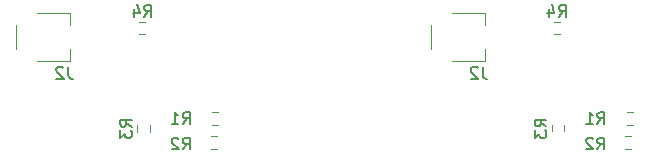
<source format=gbr>
%TF.GenerationSoftware,KiCad,Pcbnew,(5.1.9)-1*%
%TF.CreationDate,2021-06-29T00:03:32+02:00*%
%TF.ProjectId,mPCIE_to_CAN,6d504349-455f-4746-9f5f-43414e2e6b69,rev?*%
%TF.SameCoordinates,Original*%
%TF.FileFunction,Legend,Bot*%
%TF.FilePolarity,Positive*%
%FSLAX46Y46*%
G04 Gerber Fmt 4.6, Leading zero omitted, Abs format (unit mm)*
G04 Created by KiCad (PCBNEW (5.1.9)-1) date 2021-06-29 00:03:32*
%MOMM*%
%LPD*%
G01*
G04 APERTURE LIST*
%ADD10C,0.120000*%
%ADD11C,0.150000*%
G04 APERTURE END LIST*
D10*
%TO.C,R3*%
X217837500Y-70685076D02*
X217837500Y-71194524D01*
X218882500Y-70685076D02*
X218882500Y-71194524D01*
%TO.C,J2*%
X212162400Y-61186200D02*
X212162400Y-62202200D01*
X209368400Y-61186200D02*
X212162400Y-61186200D01*
X207590400Y-64234200D02*
X207590400Y-62202200D01*
X212162400Y-65250200D02*
X209368400Y-65250200D01*
X212162400Y-64234200D02*
X212162400Y-65250200D01*
%TO.C,R2*%
X224583724Y-72656100D02*
X224074276Y-72656100D01*
X224583724Y-71611100D02*
X224074276Y-71611100D01*
%TO.C,R4*%
X218538524Y-61933700D02*
X218029076Y-61933700D01*
X218538524Y-62978700D02*
X218029076Y-62978700D01*
%TO.C,R1*%
X224710724Y-70624100D02*
X224201276Y-70624100D01*
X224710724Y-69579100D02*
X224201276Y-69579100D01*
%TO.C,R4*%
X183439524Y-62981100D02*
X182930076Y-62981100D01*
X183439524Y-61936100D02*
X182930076Y-61936100D01*
%TO.C,R3*%
X183783500Y-70687476D02*
X183783500Y-71196924D01*
X182738500Y-70687476D02*
X182738500Y-71196924D01*
%TO.C,J2*%
X177063400Y-64236600D02*
X177063400Y-65252600D01*
X177063400Y-65252600D02*
X174269400Y-65252600D01*
X172491400Y-64236600D02*
X172491400Y-62204600D01*
X174269400Y-61188600D02*
X177063400Y-61188600D01*
X177063400Y-61188600D02*
X177063400Y-62204600D01*
%TO.C,R2*%
X189484724Y-71613500D02*
X188975276Y-71613500D01*
X189484724Y-72658500D02*
X188975276Y-72658500D01*
%TO.C,R1*%
X189611724Y-69581500D02*
X189102276Y-69581500D01*
X189611724Y-70626500D02*
X189102276Y-70626500D01*
%TO.C,R3*%
D11*
X217382380Y-70773133D02*
X216906190Y-70439800D01*
X217382380Y-70201704D02*
X216382380Y-70201704D01*
X216382380Y-70582657D01*
X216430000Y-70677895D01*
X216477619Y-70725514D01*
X216572857Y-70773133D01*
X216715714Y-70773133D01*
X216810952Y-70725514D01*
X216858571Y-70677895D01*
X216906190Y-70582657D01*
X216906190Y-70201704D01*
X216382380Y-71106466D02*
X216382380Y-71725514D01*
X216763333Y-71392180D01*
X216763333Y-71535038D01*
X216810952Y-71630276D01*
X216858571Y-71677895D01*
X216953809Y-71725514D01*
X217191904Y-71725514D01*
X217287142Y-71677895D01*
X217334761Y-71630276D01*
X217382380Y-71535038D01*
X217382380Y-71249323D01*
X217334761Y-71154085D01*
X217287142Y-71106466D01*
%TO.C,J2*%
X211987733Y-65718580D02*
X211987733Y-66432866D01*
X212035352Y-66575723D01*
X212130590Y-66670961D01*
X212273447Y-66718580D01*
X212368685Y-66718580D01*
X211559161Y-65813819D02*
X211511542Y-65766200D01*
X211416304Y-65718580D01*
X211178209Y-65718580D01*
X211082971Y-65766200D01*
X211035352Y-65813819D01*
X210987733Y-65909057D01*
X210987733Y-66004295D01*
X211035352Y-66147152D01*
X211606780Y-66718580D01*
X210987733Y-66718580D01*
%TO.C,R2*%
X221701666Y-72712980D02*
X222035000Y-72236790D01*
X222273095Y-72712980D02*
X222273095Y-71712980D01*
X221892142Y-71712980D01*
X221796904Y-71760600D01*
X221749285Y-71808219D01*
X221701666Y-71903457D01*
X221701666Y-72046314D01*
X221749285Y-72141552D01*
X221796904Y-72189171D01*
X221892142Y-72236790D01*
X222273095Y-72236790D01*
X221320714Y-71808219D02*
X221273095Y-71760600D01*
X221177857Y-71712980D01*
X220939761Y-71712980D01*
X220844523Y-71760600D01*
X220796904Y-71808219D01*
X220749285Y-71903457D01*
X220749285Y-71998695D01*
X220796904Y-72141552D01*
X221368333Y-72712980D01*
X220749285Y-72712980D01*
%TO.C,R4*%
X218450466Y-61478580D02*
X218783800Y-61002390D01*
X219021895Y-61478580D02*
X219021895Y-60478580D01*
X218640942Y-60478580D01*
X218545704Y-60526200D01*
X218498085Y-60573819D01*
X218450466Y-60669057D01*
X218450466Y-60811914D01*
X218498085Y-60907152D01*
X218545704Y-60954771D01*
X218640942Y-61002390D01*
X219021895Y-61002390D01*
X217593323Y-60811914D02*
X217593323Y-61478580D01*
X217831419Y-60430961D02*
X218069514Y-61145247D01*
X217450466Y-61145247D01*
%TO.C,R1*%
X221701666Y-70553980D02*
X222035000Y-70077790D01*
X222273095Y-70553980D02*
X222273095Y-69553980D01*
X221892142Y-69553980D01*
X221796904Y-69601600D01*
X221749285Y-69649219D01*
X221701666Y-69744457D01*
X221701666Y-69887314D01*
X221749285Y-69982552D01*
X221796904Y-70030171D01*
X221892142Y-70077790D01*
X222273095Y-70077790D01*
X220749285Y-70553980D02*
X221320714Y-70553980D01*
X221035000Y-70553980D02*
X221035000Y-69553980D01*
X221130238Y-69696838D01*
X221225476Y-69792076D01*
X221320714Y-69839695D01*
%TO.C,R4*%
X183351466Y-61480980D02*
X183684800Y-61004790D01*
X183922895Y-61480980D02*
X183922895Y-60480980D01*
X183541942Y-60480980D01*
X183446704Y-60528600D01*
X183399085Y-60576219D01*
X183351466Y-60671457D01*
X183351466Y-60814314D01*
X183399085Y-60909552D01*
X183446704Y-60957171D01*
X183541942Y-61004790D01*
X183922895Y-61004790D01*
X182494323Y-60814314D02*
X182494323Y-61480980D01*
X182732419Y-60433361D02*
X182970514Y-61147647D01*
X182351466Y-61147647D01*
%TO.C,R3*%
X182283380Y-70775533D02*
X181807190Y-70442200D01*
X182283380Y-70204104D02*
X181283380Y-70204104D01*
X181283380Y-70585057D01*
X181331000Y-70680295D01*
X181378619Y-70727914D01*
X181473857Y-70775533D01*
X181616714Y-70775533D01*
X181711952Y-70727914D01*
X181759571Y-70680295D01*
X181807190Y-70585057D01*
X181807190Y-70204104D01*
X181283380Y-71108866D02*
X181283380Y-71727914D01*
X181664333Y-71394580D01*
X181664333Y-71537438D01*
X181711952Y-71632676D01*
X181759571Y-71680295D01*
X181854809Y-71727914D01*
X182092904Y-71727914D01*
X182188142Y-71680295D01*
X182235761Y-71632676D01*
X182283380Y-71537438D01*
X182283380Y-71251723D01*
X182235761Y-71156485D01*
X182188142Y-71108866D01*
%TO.C,J2*%
X176888733Y-65720980D02*
X176888733Y-66435266D01*
X176936352Y-66578123D01*
X177031590Y-66673361D01*
X177174447Y-66720980D01*
X177269685Y-66720980D01*
X176460161Y-65816219D02*
X176412542Y-65768600D01*
X176317304Y-65720980D01*
X176079209Y-65720980D01*
X175983971Y-65768600D01*
X175936352Y-65816219D01*
X175888733Y-65911457D01*
X175888733Y-66006695D01*
X175936352Y-66149552D01*
X176507780Y-66720980D01*
X175888733Y-66720980D01*
%TO.C,R2*%
X186602666Y-72715380D02*
X186936000Y-72239190D01*
X187174095Y-72715380D02*
X187174095Y-71715380D01*
X186793142Y-71715380D01*
X186697904Y-71763000D01*
X186650285Y-71810619D01*
X186602666Y-71905857D01*
X186602666Y-72048714D01*
X186650285Y-72143952D01*
X186697904Y-72191571D01*
X186793142Y-72239190D01*
X187174095Y-72239190D01*
X186221714Y-71810619D02*
X186174095Y-71763000D01*
X186078857Y-71715380D01*
X185840761Y-71715380D01*
X185745523Y-71763000D01*
X185697904Y-71810619D01*
X185650285Y-71905857D01*
X185650285Y-72001095D01*
X185697904Y-72143952D01*
X186269333Y-72715380D01*
X185650285Y-72715380D01*
%TO.C,R1*%
X186602666Y-70556380D02*
X186936000Y-70080190D01*
X187174095Y-70556380D02*
X187174095Y-69556380D01*
X186793142Y-69556380D01*
X186697904Y-69604000D01*
X186650285Y-69651619D01*
X186602666Y-69746857D01*
X186602666Y-69889714D01*
X186650285Y-69984952D01*
X186697904Y-70032571D01*
X186793142Y-70080190D01*
X187174095Y-70080190D01*
X185650285Y-70556380D02*
X186221714Y-70556380D01*
X185936000Y-70556380D02*
X185936000Y-69556380D01*
X186031238Y-69699238D01*
X186126476Y-69794476D01*
X186221714Y-69842095D01*
%TD*%
M02*

</source>
